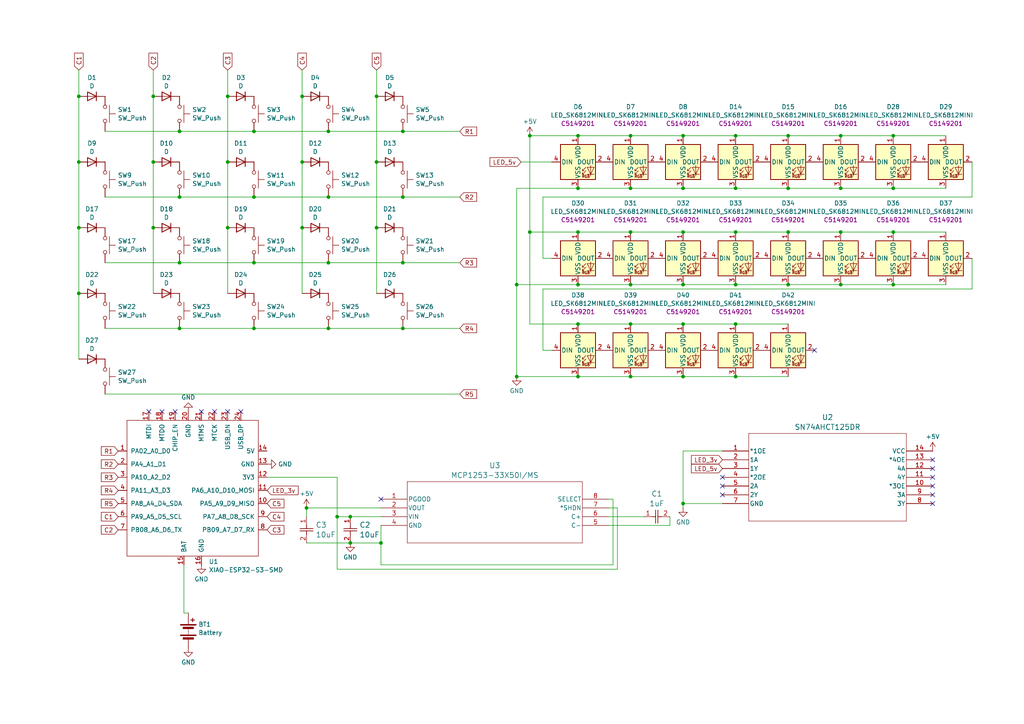
<source format=kicad_sch>
(kicad_sch (version 20250114) (generator "eeschema") (generator_version "9.0")
  (paper "A4")
  (lib_symbols
    (symbol "2025-03-05_20-04-50:MCP1253-33X50I_MS" (pin_names (offset 0.254))
      (property "Reference" "U" (at 33.02 10.16 0))
      (property "Value" "MCP1253-33X50I/MS" (at 33.02 7.62 0))
      (symbol "MCP1253-33X50I_MS_0_1"
        (polyline (pts (xy 7.62 5.08) (xy 7.62 -12.7)) (stroke (width 0.127)))
        (polyline (pts (xy 7.62 -12.7) (xy 58.42 -12.7)) (stroke (width 0.127)))
        (polyline (pts (xy 58.42 5.08) (xy 7.62 5.08)) (stroke (width 0.127)))
        (polyline (pts (xy 58.42 -12.7) (xy 58.42 5.08)) (stroke (width 0.127)))
        (pin unspecified line (at 0 0 0) (length 7.62) (name "PGOOD") (number "1"))
        (pin output line (at 0 -2.54 0) (length 7.62) (name "VOUT") (number "2"))
        (pin unspecified line (at 0 -5.08 0) (length 7.62) (name "VIN") (number "3"))
        (pin unspecified line (at 0 -7.62 0) (length 7.62) (name "GND") (number "4"))
        (pin input line (at 66.04 0 180) (length 7.62) (name "SELECT") (number "8"))
        (pin input line (at 66.04 -2.54 180) (length 7.62) (name "*SHDN") (number "7"))
        (pin unspecified line (at 66.04 -5.08 180) (length 7.62) (name "C+") (number "6"))
        (pin unspecified line (at 66.04 -7.62 180) (length 7.62) (name "C-") (number "5"))
      )
    )
    (symbol "2025-03-05_20-11-15:CL10B105KA8NNNC" (pin_names (offset 0.254))
      (property "Reference" "C" (at 3.81 3.81 0))
      (property "Value" "CL10B105KA8NNNC" (at 3.81 -3.81 0))
      (symbol "CL10B105KA8NNNC_1_1"
        (polyline (pts (xy 2.54 0) (xy 3.4798 0)) (stroke (width 0.2032)))
        (polyline (pts (xy 3.4798 -1.905) (xy 3.4798 1.905)) (stroke (width 0.2032)))
        (polyline (pts (xy 4.1148 0) (xy 5.08 0)) (stroke (width 0.2032)))
        (polyline (pts (xy 4.1148 -1.905) (xy 4.1148 1.905)) (stroke (width 0.2032)))
        (pin unspecified line (at 0 0 0) (length 2.54) (name "") (number "1"))
        (pin unspecified line (at 7.62 0 180) (length 2.54) (name "") (number "2"))
      )
      (symbol "CL10B105KA8NNNC_1_2"
        (polyline (pts (xy -1.905 -3.4798) (xy 1.905 -3.4798)) (stroke (width 0.2032)))
        (polyline (pts (xy -1.905 -4.1148) (xy 1.905 -4.1148)) (stroke (width 0.2032)))
        (polyline (pts (xy 0 -2.54) (xy 0 -3.4798)) (stroke (width 0.2032)))
        (polyline (pts (xy 0 -4.1148) (xy 0 -5.08)) (stroke (width 0.2032)))
        (pin unspecified line (at 0 0 270) (length 2.54) (name "") (number "1"))
        (pin unspecified line (at 0 -7.62 90) (length 2.54) (name "") (number "2"))
      )
    )
    (symbol "2025-03-05_20-15-47:GRM21BR61C106KE15K" (pin_names (offset 0.254))
      (property "Reference" "C" (at 3.81 3.81 0))
      (property "Value" "GRM21BR61C106KE15K" (at 3.81 -3.81 0))
      (symbol "GRM21BR61C106KE15K_1_1"
        (polyline (pts (xy 2.54 0) (xy 3.4798 0)) (stroke (width 0.2032)))
        (polyline (pts (xy 3.4798 -1.905) (xy 3.4798 1.905)) (stroke (width 0.2032)))
        (polyline (pts (xy 4.1148 0) (xy 5.08 0)) (stroke (width 0.2032)))
        (polyline (pts (xy 4.1148 -1.905) (xy 4.1148 1.905)) (stroke (width 0.2032)))
        (pin unspecified line (at 0 0 0) (length 2.54) (name "") (number "1"))
        (pin unspecified line (at 7.62 0 180) (length 2.54) (name "") (number "2"))
      )
      (symbol "GRM21BR61C106KE15K_1_2"
        (polyline (pts (xy -1.905 -3.4798) (xy 1.905 -3.4798)) (stroke (width 0.2032)))
        (polyline (pts (xy -1.905 -4.1148) (xy 1.905 -4.1148)) (stroke (width 0.2032)))
        (polyline (pts (xy 0 -2.54) (xy 0 -3.4798)) (stroke (width 0.2032)))
        (polyline (pts (xy 0 -4.1148) (xy 0 -5.08)) (stroke (width 0.2032)))
        (pin unspecified line (at 0 0 270) (length 2.54) (name "") (number "1"))
        (pin unspecified line (at 0 -7.62 90) (length 2.54) (name "") (number "2"))
      )
    )
    (symbol "2025-03-05_20-42-17:SN74AHCT125DR" (pin_names (offset 0.254))
      (property "Reference" "U" (at 30.48 10.16 0))
      (property "Value" "SN74AHCT125DR" (at 30.48 7.62 0))
      (symbol "SN74AHCT125DR_0_1"
        (polyline (pts (xy 7.62 5.08) (xy 7.62 -20.32)) (stroke (width 0.127)))
        (polyline (pts (xy 7.62 -20.32) (xy 53.34 -20.32)) (stroke (width 0.127)))
        (polyline (pts (xy 53.34 5.08) (xy 7.62 5.08)) (stroke (width 0.127)))
        (polyline (pts (xy 53.34 -20.32) (xy 53.34 5.08)) (stroke (width 0.127)))
        (pin input line (at 0 0 0) (length 7.62) (name "*1OE") (number "1"))
        (pin input line (at 0 -2.54 0) (length 7.62) (name "1A") (number "2"))
        (pin unspecified line (at 0 -5.08 0) (length 7.62) (name "1Y") (number "3"))
        (pin input line (at 0 -7.62 0) (length 7.62) (name "*2OE") (number "4"))
        (pin input line (at 0 -10.16 0) (length 7.62) (name "2A") (number "5"))
        (pin unspecified line (at 0 -12.7 0) (length 7.62) (name "2Y") (number "6"))
        (pin power_in line (at 0 -15.24 0) (length 7.62) (name "GND") (number "7"))
        (pin power_in line (at 60.96 0 180) (length 7.62) (name "VCC") (number "14"))
        (pin input line (at 60.96 -2.54 180) (length 7.62) (name "*4OE") (number "13"))
        (pin input line (at 60.96 -5.08 180) (length 7.62) (name "4A") (number "12"))
        (pin unspecified line (at 60.96 -7.62 180) (length 7.62) (name "4Y") (number "11"))
        (pin input line (at 60.96 -10.16 180) (length 7.62) (name "*3OE") (number "10"))
        (pin input line (at 60.96 -12.7 180) (length 7.62) (name "3A") (number "9"))
        (pin unspecified line (at 60.96 -15.24 180) (length 7.62) (name "3Y") (number "8"))
      )
    )
    (symbol "Device:Battery" (pin_numbers (hide yes)) (pin_names (offset 0) (hide yes))
      (property "Reference" "BT" (at 2.54 2.54 0))
      (property "Value" "Battery" (at 2.54 0 0))
      (symbol "Battery_0_1"
        (rectangle (start -2.286 1.778) (end 2.286 1.524) (fill (type outline)))
        (rectangle (start -2.286 -1.27) (end 2.286 -1.524) (fill (type outline)))
        (rectangle (start -1.524 1.016) (end 1.524 0.508) (fill (type outline)))
        (rectangle (start -1.524 -2.032) (end 1.524 -2.54) (fill (type outline)))
        (polyline (pts (xy 0 1.778) (xy 0 2.54)))
        (polyline (pts (xy 0 0) (xy 0 0.254)))
        (polyline (pts (xy 0 -0.508) (xy 0 -0.254)))
        (polyline (pts (xy 0 -1.016) (xy 0 -0.762)))
        (polyline (pts (xy 0.762 3.048) (xy 1.778 3.048)) (stroke (width 0.254)))
        (polyline (pts (xy 1.27 3.556) (xy 1.27 2.54)) (stroke (width 0.254)))
      )
      (symbol "Battery_1_1"
        (pin passive line (at 0 5.08 270) (length 2.54) (name "+") (number "1"))
        (pin passive line (at 0 -5.08 90) (length 2.54) (name "-") (number "2"))
      )
    )
    (symbol "Device:D" (pin_numbers (hide yes)) (pin_names (offset 1.016) (hide yes))
      (property "Reference" "D" (at 0 2.54 0))
      (property "Value" "D" (at 0 -2.54 0))
      (symbol "D_0_1"
        (polyline (pts (xy -1.27 1.27) (xy -1.27 -1.27)) (stroke (width 0.254)))
        (polyline (pts (xy 1.27 1.27) (xy 1.27 -1.27) (xy -1.27 0) (xy 1.27 1.27)) (stroke (width 0.254)))
        (polyline (pts (xy 1.27 0) (xy -1.27 0)))
      )
      (symbol "D_1_1"
        (pin passive line (at -3.81 0 0) (length 2.54) (name "K") (number "1"))
        (pin passive line (at 3.81 0 180) (length 2.54) (name "A") (number "2"))
      )
    )
    (symbol "ScottoKeebs:LED_SK6812MINI" (pin_names (offset 0.254))
      (property "Reference" "D" (at 2.032 5.588 0))
      (property "Value" "LED_SK6812MINI" (at 1.27 -5.715 0))
      (property "LCSC" "C5149201" (at 0 0 0))
      (symbol "LED_SK6812MINI_0_0"
        (text "RGB" (at 2.286 -4.191 0) (effects (font (size 0.762 0.762))))
      )
      (symbol "LED_SK6812MINI_0_1"
        (rectangle (start -5.08 5.08) (end 5.08 -5.08) (stroke (width 0.254)) (fill (type background)))
        (polyline (pts (xy 1.27 -2.54) (xy 1.778 -2.54)))
        (polyline (pts (xy 1.27 -3.556) (xy 1.778 -3.556)))
        (polyline (pts (xy 2.286 -1.524) (xy 1.27 -2.54) (xy 1.27 -2.032)))
        (polyline (pts (xy 2.286 -2.54) (xy 1.27 -3.556) (xy 1.27 -3.048)))
        (polyline (pts (xy 3.683 -1.016) (xy 3.683 -3.556) (xy 3.683 -4.064)))
        (polyline (pts (xy 4.699 -1.524) (xy 2.667 -1.524) (xy 3.683 -3.556) (xy 4.699 -1.524)))
        (polyline (pts (xy 4.699 -3.556) (xy 2.667 -3.556)))
      )
      (symbol "LED_SK6812MINI_1_1"
        (pin input line (at -7.62 0 0) (length 2.54) (name "DIN") (number "4"))
        (pin power_in line (at 0 7.62 270) (length 2.54) (name "VDD") (number "1"))
        (pin power_in line (at 0 -7.62 90) (length 2.54) (name "VSS") (number "3"))
        (pin output line (at 7.62 0 180) (length 2.54) (name "DOUT") (number "2"))
      )
    )
    (symbol "Seeed_Studio_XIAO_Series-20240814:XIAO-ESP32-S3-SMD" (pin_names (offset 1.016))
      (property "Reference" "U" (at -18.542 23.114 0))
      (property "Value" "XIAO-ESP32-S3-SMD" (at -8.382 21.336 0))
      (symbol "XIAO-ESP32-S3-SMD_0_1"
        (rectangle (start 19.05 -19.05) (end -19.05 20.32))
      )
      (symbol "XIAO-ESP32-S3-SMD_1_1"
        (pin passive line (at -21.59 11.43 0) (length 2.54) (name "PA02_A0_D0") (number "1"))
        (pin passive line (at -21.59 7.62 0) (length 2.54) (name "PA4_A1_D1") (number "2"))
        (pin passive line (at -21.59 3.81 0) (length 2.54) (name "PA10_A2_D2") (number "3"))
        (pin passive line (at -21.59 0 0) (length 2.54) (name "PA11_A3_D3") (number "4"))
        (pin passive line (at -21.59 -3.81 0) (length 2.54) (name "PA8_A4_D4_SDA") (number "5"))
        (pin passive line (at -21.59 -7.62 0) (length 2.54) (name "PA9_A5_D5_SCL") (number "6"))
        (pin passive line (at -21.59 -11.43 0) (length 2.54) (name "PB08_A6_D6_TX") (number "7"))
        (pin passive line (at -12.7 22.86 270) (length 2.54) (name "MTDI") (number "17"))
        (pin passive line (at -8.89 22.86 270) (length 2.54) (name "MTDO") (number "18"))
        (pin passive line (at -5.08 22.86 270) (length 2.54) (name "CHIP_EN") (number "19"))
        (pin passive line (at -2.54 -21.59 90) (length 2.54) (name "BAT") (number "15"))
        (pin passive line (at -1.27 22.86 270) (length 2.54) (name "GND") (number "20"))
        (pin passive line (at 2.54 22.86 270) (length 2.54) (name "MTMS") (number "21"))
        (pin passive line (at 2.54 -21.59 90) (length 2.54) (name "GND") (number "16"))
        (pin passive line (at 6.35 22.86 270) (length 2.54) (name "MTCK") (number "22"))
        (pin passive line (at 10.16 22.86 270) (length 2.54) (name "USB_DN") (number "23"))
        (pin passive line (at 13.97 22.86 270) (length 2.54) (name "USB_DP") (number "24"))
        (pin passive line (at 21.59 11.43 180) (length 2.54) (name "5V") (number "14"))
        (pin passive line (at 21.59 7.62 180) (length 2.54) (name "GND") (number "13"))
        (pin passive line (at 21.59 3.81 180) (length 2.54) (name "3V3") (number "12"))
        (pin passive line (at 21.59 0 180) (length 2.54) (name "PA6_A10_D10_MOSI") (number "11"))
        (pin passive line (at 21.59 -3.81 180) (length 2.54) (name "PA5_A9_D9_MISO") (number "10"))
        (pin passive line (at 21.59 -7.62 180) (length 2.54) (name "PA7_A8_D8_SCK") (number "9"))
        (pin passive line (at 21.59 -11.43 180) (length 2.54) (name "PB09_A7_D7_RX") (number "8"))
      )
    )
    (symbol "Switch:SW_Push" (pin_numbers (hide yes)) (pin_names (offset 1.016) (hide yes))
      (property "Reference" "SW" (at 1.27 2.54 0))
      (property "Value" "SW_Push" (at 0 -1.524 0))
      (symbol "SW_Push_0_1"
        (circle (center -2.032 0) (radius 0.508))
        (polyline (pts (xy 0 1.27) (xy 0 3.048)))
        (circle (center 2.032 0) (radius 0.508))
        (polyline (pts (xy 2.54 1.27) (xy -2.54 1.27)))
        (pin passive line (at -5.08 0 0) (length 2.54) (name "1") (number "1"))
        (pin passive line (at 5.08 0 180) (length 2.54) (name "2") (number "2"))
      )
    )
    (symbol "power:+5V" (power) (pin_numbers (hide yes)) (pin_names (offset 0) (hide yes))
      (property "Value" "+5V" (at 0 3.556 0))
      (symbol "+5V_0_1"
        (polyline (pts (xy -0.762 1.27) (xy 0 2.54)))
        (polyline (pts (xy 0 2.54) (xy 0.762 1.27)))
        (polyline (pts (xy 0 0) (xy 0 2.54)))
      )
      (symbol "+5V_1_1"
        (pin power_in line (at 0 0 90) (length 0) (name "~") (number "1"))
      )
    )
    (symbol "power:GND" (power) (pin_numbers (hide yes)) (pin_names (offset 0) (hide yes))
      (property "Value" "GND" (at 0 -3.81 0))
      (symbol "GND_0_1"
        (polyline (pts (xy 0 0) (xy 0 -1.27) (xy 1.27 -1.27) (xy 0 -2.54) (xy -1.27 -1.27) (xy 0 -1.27)))
      )
      (symbol "GND_1_1"
        (pin power_in line (at 0 0 270) (length 0) (name "~") (number "1"))
      )
    )
  )
  (junction (at 95.25 57.15))
  (junction (at 95.25 38.1))
  (junction (at 73.66 38.1))
  (junction (at 52.07 76.2))
  (junction (at 213.36 93.98))
  (junction (at 213.36 82.55))
  (junction (at 149.86 82.55))
  (junction (at 116.84 57.15))
  (junction (at 109.22 27.94))
  (junction (at 66.04 27.94))
  (junction (at 44.45 46.99))
  (junction (at 259.08 67.31))
  (junction (at 87.63 66.04))
  (junction (at 243.84 54.61))
  (junction (at 198.12 67.31))
  (junction (at 101.6 149.86))
  (junction (at 213.36 67.31))
  (junction (at 228.6 67.31))
  (junction (at 198.12 39.37))
  (junction (at 153.67 39.37))
  (junction (at 87.63 46.99))
  (junction (at 153.67 67.31))
  (junction (at 213.36 39.37))
  (junction (at 198.12 54.61))
  (junction (at 116.84 76.2))
  (junction (at 198.12 82.55))
  (junction (at 167.64 109.22))
  (junction (at 243.84 39.37))
  (junction (at 182.88 54.61))
  (junction (at 198.12 93.98))
  (junction (at 73.66 95.25))
  (junction (at 110.49 157.48))
  (junction (at 167.64 93.98))
  (junction (at 116.84 38.1))
  (junction (at 182.88 109.22))
  (junction (at 88.9 147.32))
  (junction (at 22.86 66.04))
  (junction (at 22.86 85.09))
  (junction (at 259.08 39.37))
  (junction (at 52.07 57.15))
  (junction (at 116.84 95.25))
  (junction (at 97.79 149.86))
  (junction (at 167.64 67.31))
  (junction (at 213.36 54.61))
  (junction (at 44.45 27.94))
  (junction (at 198.12 109.22))
  (junction (at 149.86 109.22))
  (junction (at 228.6 39.37))
  (junction (at 243.84 67.31))
  (junction (at 243.84 82.55))
  (junction (at 87.63 27.94))
  (junction (at 73.66 76.2))
  (junction (at 228.6 82.55))
  (junction (at 22.86 27.94))
  (junction (at 95.25 95.25))
  (junction (at 182.88 67.31))
  (junction (at 228.6 54.61))
  (junction (at 259.08 82.55))
  (junction (at 213.36 109.22))
  (junction (at 167.64 54.61))
  (junction (at 73.66 57.15))
  (junction (at 167.64 82.55))
  (junction (at 109.22 46.99))
  (junction (at 66.04 46.99))
  (junction (at 52.07 38.1))
  (junction (at 182.88 39.37))
  (junction (at 198.12 146.05))
  (junction (at 52.07 95.25))
  (junction (at 167.64 39.37))
  (junction (at 182.88 93.98))
  (junction (at 109.22 66.04))
  (junction (at 95.25 76.2))
  (junction (at 101.6 157.48))
  (junction (at 182.88 82.55))
  (junction (at 22.86 46.99))
  (junction (at 259.08 54.61))
  (junction (at 44.45 66.04))
  (junction (at 66.04 66.04))
  (no_connect (at 209.55 138.43))
  (no_connect (at 58.42 119.38))
  (no_connect (at 66.04 119.38))
  (no_connect (at 236.22 101.6))
  (no_connect (at 62.23 119.38))
  (no_connect (at 43.18 119.38))
  (no_connect (at 270.51 140.97))
  (no_connect (at 46.99 119.38))
  (no_connect (at 270.51 138.43))
  (no_connect (at 50.8 119.38))
  (no_connect (at 270.51 133.35))
  (no_connect (at 69.85 119.38))
  (no_connect (at 270.51 146.05))
  (no_connect (at 270.51 143.51))
  (no_connect (at 270.51 135.89))
  (no_connect (at 110.49 144.78))
  (no_connect (at 209.55 143.51))
  (no_connect (at 209.55 140.97))
  (wire (pts (xy 53.34 177.8) (xy 54.61 177.8)))
  (wire (pts (xy 22.86 66.04) (xy 22.86 85.09)))
  (wire (pts (xy 167.64 109.22) (xy 149.86 109.22)))
  (wire (pts (xy 133.35 95.25) (xy 116.84 95.25)))
  (wire (pts (xy 52.07 76.2) (xy 73.66 76.2)))
  (wire (pts (xy 22.86 20.32) (xy 22.86 27.94)))
  (wire (pts (xy 97.79 165.1) (xy 97.79 149.86)))
  (wire (pts (xy 44.45 46.99) (xy 44.45 66.04)))
  (wire (pts (xy 73.66 95.25) (xy 95.25 95.25)))
  (wire (pts (xy 177.8 144.78) (xy 177.8 163.83)))
  (wire (pts (xy 182.88 54.61) (xy 167.64 54.61)))
  (wire (pts (xy 157.48 101.6) (xy 160.02 101.6)))
  (wire (pts (xy 73.66 76.2) (xy 95.25 76.2)))
  (wire (pts (xy 198.12 82.55) (xy 213.36 82.55)))
  (wire (pts (xy 101.6 149.86) (xy 110.49 149.86)))
  (wire (pts (xy 213.36 67.31) (xy 228.6 67.31)))
  (wire (pts (xy 182.88 39.37) (xy 167.64 39.37)))
  (wire (pts (xy 95.25 76.2) (xy 116.84 76.2)))
  (wire (pts (xy 176.53 144.78) (xy 177.8 144.78)))
  (wire (pts (xy 198.12 146.05) (xy 209.55 146.05)))
  (wire (pts (xy 281.94 57.15) (xy 157.48 57.15)))
  (wire (pts (xy 133.35 114.3) (xy 30.48 114.3)))
  (wire (pts (xy 44.45 27.94) (xy 44.45 46.99)))
  (wire (pts (xy 274.32 39.37) (xy 259.08 39.37)))
  (wire (pts (xy 167.64 39.37) (xy 153.67 39.37)))
  (wire (pts (xy 153.67 67.31) (xy 167.64 67.31)))
  (wire (pts (xy 198.12 67.31) (xy 213.36 67.31)))
  (wire (pts (xy 30.48 76.2) (xy 52.07 76.2)))
  (wire (pts (xy 149.86 54.61) (xy 149.86 82.55)))
  (wire (pts (xy 87.63 27.94) (xy 87.63 46.99)))
  (wire (pts (xy 259.08 82.55) (xy 274.32 82.55)))
  (wire (pts (xy 109.22 27.94) (xy 109.22 46.99)))
  (wire (pts (xy 52.07 38.1) (xy 73.66 38.1)))
  (wire (pts (xy 176.53 147.32) (xy 179.07 147.32)))
  (wire (pts (xy 259.08 54.61) (xy 243.84 54.61)))
  (wire (pts (xy 133.35 38.1) (xy 116.84 38.1)))
  (wire (pts (xy 110.49 157.48) (xy 101.6 157.48)))
  (wire (pts (xy 149.86 82.55) (xy 167.64 82.55)))
  (wire (pts (xy 228.6 54.61) (xy 213.36 54.61)))
  (wire (pts (xy 53.34 163.83) (xy 53.34 177.8)))
  (wire (pts (xy 87.63 66.04) (xy 87.63 85.09)))
  (wire (pts (xy 167.64 82.55) (xy 182.88 82.55)))
  (wire (pts (xy 243.84 67.31) (xy 259.08 67.31)))
  (wire (pts (xy 109.22 46.99) (xy 109.22 66.04)))
  (wire (pts (xy 198.12 93.98) (xy 182.88 93.98)))
  (wire (pts (xy 209.55 130.81) (xy 198.12 130.81)))
  (wire (pts (xy 182.88 109.22) (xy 167.64 109.22)))
  (wire (pts (xy 213.36 39.37) (xy 198.12 39.37)))
  (wire (pts (xy 52.07 95.25) (xy 73.66 95.25)))
  (wire (pts (xy 66.04 66.04) (xy 66.04 85.09)))
  (wire (pts (xy 44.45 20.32) (xy 44.45 27.94)))
  (wire (pts (xy 133.35 76.2) (xy 116.84 76.2)))
  (wire (pts (xy 97.79 138.43) (xy 97.79 149.86)))
  (wire (pts (xy 95.25 38.1) (xy 116.84 38.1)))
  (wire (pts (xy 167.64 54.61) (xy 149.86 54.61)))
  (wire (pts (xy 73.66 38.1) (xy 95.25 38.1)))
  (wire (pts (xy 110.49 163.83) (xy 110.49 157.48)))
  (wire (pts (xy 281.94 74.93) (xy 281.94 83.82)))
  (wire (pts (xy 182.88 82.55) (xy 198.12 82.55)))
  (wire (pts (xy 109.22 66.04) (xy 109.22 85.09)))
  (wire (pts (xy 22.86 27.94) (xy 22.86 46.99)))
  (wire (pts (xy 213.36 54.61) (xy 198.12 54.61)))
  (wire (pts (xy 87.63 46.99) (xy 87.63 66.04)))
  (wire (pts (xy 66.04 20.32) (xy 66.04 27.94)))
  (wire (pts (xy 228.6 93.98) (xy 213.36 93.98)))
  (wire (pts (xy 182.88 67.31) (xy 198.12 67.31)))
  (wire (pts (xy 228.6 39.37) (xy 213.36 39.37)))
  (wire (pts (xy 243.84 39.37) (xy 228.6 39.37)))
  (wire (pts (xy 157.48 83.82) (xy 157.48 101.6)))
  (wire (pts (xy 194.31 152.4) (xy 176.53 152.4)))
  (wire (pts (xy 198.12 54.61) (xy 182.88 54.61)))
  (wire (pts (xy 22.86 85.09) (xy 22.86 104.14)))
  (wire (pts (xy 213.36 109.22) (xy 198.12 109.22)))
  (wire (pts (xy 259.08 39.37) (xy 243.84 39.37)))
  (wire (pts (xy 274.32 54.61) (xy 259.08 54.61)))
  (wire (pts (xy 243.84 82.55) (xy 259.08 82.55)))
  (wire (pts (xy 95.25 95.25) (xy 116.84 95.25)))
  (wire (pts (xy 30.48 57.15) (xy 52.07 57.15)))
  (wire (pts (xy 182.88 93.98) (xy 167.64 93.98)))
  (wire (pts (xy 198.12 109.22) (xy 182.88 109.22)))
  (wire (pts (xy 66.04 46.99) (xy 66.04 66.04)))
  (wire (pts (xy 95.25 57.15) (xy 116.84 57.15)))
  (wire (pts (xy 198.12 130.81) (xy 198.12 146.05)))
  (wire (pts (xy 157.48 57.15) (xy 157.48 74.93)))
  (wire (pts (xy 153.67 39.37) (xy 153.67 67.31)))
  (wire (pts (xy 177.8 163.83) (xy 110.49 163.83)))
  (wire (pts (xy 179.07 147.32) (xy 179.07 165.1)))
  (wire (pts (xy 157.48 74.93) (xy 160.02 74.93)))
  (wire (pts (xy 109.22 20.32) (xy 109.22 27.94)))
  (wire (pts (xy 88.9 157.48) (xy 101.6 157.48)))
  (wire (pts (xy 151.13 46.99) (xy 160.02 46.99)))
  (wire (pts (xy 167.64 67.31) (xy 182.88 67.31)))
  (wire (pts (xy 167.64 93.98) (xy 153.67 93.98)))
  (wire (pts (xy 213.36 82.55) (xy 228.6 82.55)))
  (wire (pts (xy 228.6 82.55) (xy 243.84 82.55)))
  (wire (pts (xy 179.07 165.1) (xy 97.79 165.1)))
  (wire (pts (xy 110.49 152.4) (xy 110.49 157.48)))
  (wire (pts (xy 198.12 39.37) (xy 182.88 39.37)))
  (wire (pts (xy 228.6 109.22) (xy 213.36 109.22)))
  (wire (pts (xy 149.86 109.22) (xy 149.86 82.55)))
  (wire (pts (xy 88.9 149.86) (xy 88.9 147.32)))
  (wire (pts (xy 88.9 147.32) (xy 110.49 147.32)))
  (wire (pts (xy 281.94 83.82) (xy 157.48 83.82)))
  (wire (pts (xy 66.04 27.94) (xy 66.04 46.99)))
  (wire (pts (xy 243.84 54.61) (xy 228.6 54.61)))
  (wire (pts (xy 97.79 149.86) (xy 101.6 149.86)))
  (wire (pts (xy 30.48 95.25) (xy 52.07 95.25)))
  (wire (pts (xy 87.63 20.32) (xy 87.63 27.94)))
  (wire (pts (xy 281.94 46.99) (xy 281.94 57.15)))
  (wire (pts (xy 259.08 67.31) (xy 274.32 67.31)))
  (wire (pts (xy 44.45 66.04) (xy 44.45 85.09)))
  (wire (pts (xy 52.07 57.15) (xy 73.66 57.15)))
  (wire (pts (xy 77.47 138.43) (xy 97.79 138.43)))
  (wire (pts (xy 194.31 149.86) (xy 194.31 152.4)))
  (wire (pts (xy 30.48 38.1) (xy 52.07 38.1)))
  (wire (pts (xy 133.35 57.15) (xy 116.84 57.15)))
  (wire (pts (xy 228.6 67.31) (xy 243.84 67.31)))
  (wire (pts (xy 153.67 93.98) (xy 153.67 67.31)))
  (wire (pts (xy 176.53 149.86) (xy 186.69 149.86)))
  (wire (pts (xy 73.66 57.15) (xy 95.25 57.15)))
  (wire (pts (xy 213.36 93.98) (xy 198.12 93.98)))
  (wire (pts (xy 22.86 46.99) (xy 22.86 66.04)))
  (wire (pts (xy 198.12 146.05) (xy 198.12 147.32)))
  (global_label "R1" (shape input) (at 34.29 130.81 180) (property "Intersheetrefs" "${INTERSHEET_REFS}" (effects (hide yes))))
  (global_label "C3" (shape input) (at 66.04 20.32 90) (property "Intersheetrefs" "${INTERSHEET_REFS}" (effects (hide yes))))
  (global_label "LED_5v" (shape input) (at 209.55 135.89 180) (property "Intersheetrefs" "${INTERSHEET_REFS}" (effects (hide yes))))
  (global_label "R2" (shape input) (at 133.35 57.15 0) (property "Intersheetrefs" "${INTERSHEET_REFS}" (effects (hide yes))))
  (global_label "C5" (shape input) (at 77.47 146.05 0) (property "Intersheetrefs" "${INTERSHEET_REFS}" (effects (hide yes))))
  (global_label "R2" (shape input) (at 34.29 134.62 180) (property "Intersheetrefs" "${INTERSHEET_REFS}" (effects (hide yes))))
  (global_label "R4" (shape input) (at 34.29 142.24 180) (property "Intersheetrefs" "${INTERSHEET_REFS}" (effects (hide yes))))
  (global_label "LED_5v" (shape input) (at 151.13 46.99 180) (property "Intersheetrefs" "${INTERSHEET_REFS}" (effects (hide yes))))
  (global_label "C1" (shape input) (at 22.86 20.32 90) (property "Intersheetrefs" "${INTERSHEET_REFS}" (effects (hide yes))))
  (global_label "C2" (shape input) (at 34.29 153.67 180) (property "Intersheetrefs" "${INTERSHEET_REFS}" (effects (hide yes))))
  (global_label "R3" (shape input) (at 133.35 76.2 0) (property "Intersheetrefs" "${INTERSHEET_REFS}" (effects (hide yes))))
  (global_label "R5" (shape input) (at 34.29 146.05 180) (property "Intersheetrefs" "${INTERSHEET_REFS}" (effects (hide yes))))
  (global_label "R3" (shape input) (at 34.29 138.43 180) (property "Intersheetrefs" "${INTERSHEET_REFS}" (effects (hide yes))))
  (global_label "C4" (shape input) (at 77.47 149.86 0) (property "Intersheetrefs" "${INTERSHEET_REFS}" (effects (hide yes))))
  (global_label "C1" (shape input) (at 34.29 149.86 180) (property "Intersheetrefs" "${INTERSHEET_REFS}" (effects (hide yes))))
  (global_label "C5" (shape input) (at 109.22 20.32 90) (property "Intersheetrefs" "${INTERSHEET_REFS}" (effects (hide yes))))
  (global_label "R1" (shape input) (at 133.35 38.1 0) (property "Intersheetrefs" "${INTERSHEET_REFS}" (effects (hide yes))))
  (global_label "C2" (shape input) (at 44.45 20.32 90) (property "Intersheetrefs" "${INTERSHEET_REFS}" (effects (hide yes))))
  (global_label "R4" (shape input) (at 133.35 95.25 0) (property "Intersheetrefs" "${INTERSHEET_REFS}" (effects (hide yes))))
  (global_label "LED_3v" (shape input) (at 77.47 142.24 0) (property "Intersheetrefs" "${INTERSHEET_REFS}" (effects (hide yes))))
  (global_label "C3" (shape input) (at 77.47 153.67 0) (property "Intersheetrefs" "${INTERSHEET_REFS}" (effects (hide yes))))
  (global_label "R5" (shape input) (at 133.35 114.3 0) (property "Intersheetrefs" "${INTERSHEET_REFS}" (effects (hide yes))))
  (global_label "LED_3v" (shape input) (at 209.55 133.35 180) (property "Intersheetrefs" "${INTERSHEET_REFS}" (effects (hide yes))))
  (global_label "C4" (shape input) (at 87.63 20.32 90) (property "Intersheetrefs" "${INTERSHEET_REFS}" (effects (hide yes))))
  (symbol (lib_id "Switch:SW_Push") (at 95.25 33.02 270) (unit 1)
    (property "Reference" "SW4" (at 98.933 31.8078 90) (effects (justify left)))
    (property "Value" "SW_Push" (at 98.933 34.2321 90) (effects (justify left)))
    (property "Footprint" "ScottoKeebs_Hotswap:Hotswap_Choc_V1V2_1.00u" (effects (hide yes)))
    (property "Description" "Push button switch, generic, two pins" (effects (hide yes)))
  )
  (symbol (lib_id "Switch:SW_Push") (at 73.66 71.12 270) (unit 1)
    (property "Reference" "SW19" (at 77.343 69.9078 90) (effects (justify left)))
    (property "Value" "SW_Push" (at 77.343 72.3321 90) (effects (justify left)))
    (property "Footprint" "ScottoKeebs_Hotswap:Hotswap_Choc_V1V2_1.00u" (effects (hide yes)))
    (property "Description" "Push button switch, generic, two pins" (effects (hide yes)))
  )
  (symbol (lib_id "ScottoKeebs:LED_SK6812MINI") (at 182.88 46.99 0) (unit 1)
    (property "Reference" "D7" (at 182.88 30.988 0))
    (property "Value" "LED_SK6812MINI" (at 182.88 33.4123 0))
    (property "Footprint" "ScottoKeebs_Components:LED_SK6812MINI" (effects (hide yes)))
    (property "Datasheet" "https://cdn-shop.adafruit.com/product-files/2686/SK6812MINI_REV.01-1-2.pdf" (effects (hide yes)))
    (property "Description" "RGB LED with integrated controller" (effects (hide yes)))
    (property "LCSC" "C5149201" (at 182.88 35.8366 0))
  )
  (symbol (lib_id "Device:D") (at 113.03 27.94 180) (unit 1)
    (property "Reference" "D5" (at 113.03 22.5255 0))
    (property "Value" "D" (at 113.03 24.9498 0))
    (property "Footprint" "ScottoKeebs_Components:Diode_SOD-123" (effects (hide yes)))
    (property "Description" "Diode" (effects (hide yes)))
    (property "Sim.Device" "D" (effects (hide yes)))
    (property "Sim.Pins" "1=K 2=A" (effects (hide yes)))
  )
  (symbol (lib_id "ScottoKeebs:LED_SK6812MINI") (at 182.88 74.93 0) (unit 1)
    (property "Reference" "D31" (at 182.88 58.928 0))
    (property "Value" "LED_SK6812MINI" (at 182.88 61.3523 0))
    (property "Footprint" "ScottoKeebs_Components:LED_SK6812MINI" (effects (hide yes)))
    (property "Datasheet" "https://cdn-shop.adafruit.com/product-files/2686/SK6812MINI_REV.01-1-2.pdf" (effects (hide yes)))
    (property "Description" "RGB LED with integrated controller" (effects (hide yes)))
    (property "LCSC" "C5149201" (at 182.88 63.7766 0))
  )
  (symbol (lib_id "Device:D") (at 26.67 66.04 180) (unit 1)
    (property "Reference" "D17" (at 26.67 60.6255 0))
    (property "Value" "D" (at 26.67 63.0498 0))
    (property "Footprint" "ScottoKeebs_Components:Diode_SOD-123" (effects (hide yes)))
    (property "Description" "Diode" (effects (hide yes)))
    (property "Sim.Device" "D" (effects (hide yes)))
    (property "Sim.Pins" "1=K 2=A" (effects (hide yes)))
  )
  (symbol (lib_id "ScottoKeebs:LED_SK6812MINI") (at 243.84 74.93 0) (unit 1)
    (property "Reference" "D35" (at 243.84 58.928 0))
    (property "Value" "LED_SK6812MINI" (at 243.84 61.3523 0))
    (property "Footprint" "ScottoKeebs_Components:LED_SK6812MINI" (effects (hide yes)))
    (property "Datasheet" "https://cdn-shop.adafruit.com/product-files/2686/SK6812MINI_REV.01-1-2.pdf" (effects (hide yes)))
    (property "Description" "RGB LED with integrated controller" (effects (hide yes)))
    (property "LCSC" "C5149201" (at 243.84 63.7766 0))
  )
  (symbol (lib_id "ScottoKeebs:LED_SK6812MINI") (at 167.64 101.6 0) (unit 1)
    (property "Reference" "D38" (at 167.64 85.598 0))
    (property "Value" "LED_SK6812MINI" (at 167.64 88.0223 0))
    (property "Footprint" "ScottoKeebs_Components:LED_SK6812MINI" (effects (hide yes)))
    (property "Datasheet" "https://cdn-shop.adafruit.com/product-files/2686/SK6812MINI_REV.01-1-2.pdf" (effects (hide yes)))
    (property "Description" "RGB LED with integrated controller" (effects (hide yes)))
    (property "LCSC" "C5149201" (at 167.64 90.4466 0))
  )
  (symbol (lib_id "Device:D") (at 26.67 46.99 180) (unit 1)
    (property "Reference" "D9" (at 26.67 41.5755 0))
    (property "Value" "D" (at 26.67 43.9998 0))
    (property "Footprint" "ScottoKeebs_Components:Diode_SOD-123" (effects (hide yes)))
    (property "Description" "Diode" (effects (hide yes)))
    (property "Sim.Device" "D" (effects (hide yes)))
    (property "Sim.Pins" "1=K 2=A" (effects (hide yes)))
  )
  (symbol (lib_id "ScottoKeebs:LED_SK6812MINI") (at 182.88 101.6 0) (unit 1)
    (property "Reference" "D39" (at 182.88 85.598 0))
    (property "Value" "LED_SK6812MINI" (at 182.88 88.0223 0))
    (property "Footprint" "ScottoKeebs_Components:LED_SK6812MINI" (effects (hide yes)))
    (property "Datasheet" "https://cdn-shop.adafruit.com/product-files/2686/SK6812MINI_REV.01-1-2.pdf" (effects (hide yes)))
    (property "Description" "RGB LED with integrated controller" (effects (hide yes)))
    (property "LCSC" "C5149201" (at 182.88 90.4466 0))
  )
  (symbol (lib_id "Device:D") (at 69.85 66.04 180) (unit 1)
    (property "Reference" "D19" (at 69.85 60.6255 0))
    (property "Value" "D" (at 69.85 63.0498 0))
    (property "Footprint" "ScottoKeebs_Components:Diode_SOD-123" (effects (hide yes)))
    (property "Description" "Diode" (effects (hide yes)))
    (property "Sim.Device" "D" (effects (hide yes)))
    (property "Sim.Pins" "1=K 2=A" (effects (hide yes)))
  )
  (symbol (lib_id "ScottoKeebs:LED_SK6812MINI") (at 198.12 74.93 0) (unit 1)
    (property "Reference" "D32" (at 198.12 58.928 0))
    (property "Value" "LED_SK6812MINI" (at 198.12 61.3523 0))
    (property "Footprint" "ScottoKeebs_Components:LED_SK6812MINI" (effects (hide yes)))
    (property "Datasheet" "https://cdn-shop.adafruit.com/product-files/2686/SK6812MINI_REV.01-1-2.pdf" (effects (hide yes)))
    (property "Description" "RGB LED with integrated controller" (effects (hide yes)))
    (property "LCSC" "C5149201" (at 198.12 63.7766 0))
  )
  (symbol (lib_id "ScottoKeebs:LED_SK6812MINI") (at 213.36 74.93 0) (unit 1)
    (property "Reference" "D33" (at 213.36 58.928 0))
    (property "Value" "LED_SK6812MINI" (at 213.36 61.3523 0))
    (property "Footprint" "ScottoKeebs_Components:LED_SK6812MINI" (effects (hide yes)))
    (property "Datasheet" "https://cdn-shop.adafruit.com/product-files/2686/SK6812MINI_REV.01-1-2.pdf" (effects (hide yes)))
    (property "Description" "RGB LED with integrated controller" (effects (hide yes)))
    (property "LCSC" "C5149201" (at 213.36 63.7766 0))
  )
  (symbol (lib_id "ScottoKeebs:LED_SK6812MINI") (at 213.36 46.99 0) (unit 1)
    (property "Reference" "D14" (at 213.36 30.988 0))
    (property "Value" "LED_SK6812MINI" (at 213.36 33.4123 0))
    (property "Footprint" "ScottoKeebs_Components:LED_SK6812MINI" (effects (hide yes)))
    (property "Datasheet" "https://cdn-shop.adafruit.com/product-files/2686/SK6812MINI_REV.01-1-2.pdf" (effects (hide yes)))
    (property "Description" "RGB LED with integrated controller" (effects (hide yes)))
    (property "LCSC" "C5149201" (at 213.36 35.8366 0))
  )
  (symbol (lib_id "power:GND") (at 198.12 147.32 0) (unit 1)
    (property "Reference" "#PWR05" (effects (hide yes)))
    (property "Value" "GND" (at 198.12 151.4531 0))
    (property "Description" "Power symbol creates a global label with name \"GND\" , ground" (effects (hide yes)))
  )
  (symbol (lib_id "Switch:SW_Push") (at 116.84 71.12 270) (unit 1)
    (property "Reference" "SW21" (at 120.523 69.9078 90) (effects (justify left)))
    (property "Value" "SW_Push" (at 120.523 72.3321 90) (effects (justify left)))
    (property "Footprint" "ScottoKeebs_Hotswap:Hotswap_Choc_V1V2_1.00u" (effects (hide yes)))
    (property "Description" "Push button switch, generic, two pins" (effects (hide yes)))
  )
  (symbol (lib_id "ScottoKeebs:LED_SK6812MINI") (at 259.08 46.99 0) (unit 1)
    (property "Reference" "D28" (at 259.08 30.988 0))
    (property "Value" "LED_SK6812MINI" (at 259.08 33.4123 0))
    (property "Footprint" "ScottoKeebs_Components:LED_SK6812MINI" (effects (hide yes)))
    (property "Datasheet" "https://cdn-shop.adafruit.com/product-files/2686/SK6812MINI_REV.01-1-2.pdf" (effects (hide yes)))
    (property "Description" "RGB LED with integrated controller" (effects (hide yes)))
    (property "LCSC" "C5149201" (at 259.08 35.8366 0))
  )
  (symbol (lib_id "Device:D") (at 26.67 85.09 180) (unit 1)
    (property "Reference" "D22" (at 26.67 79.6755 0))
    (property "Value" "D" (at 26.67 82.0998 0))
    (property "Footprint" "ScottoKeebs_Components:Diode_SOD-123" (effects (hide yes)))
    (property "Description" "Diode" (effects (hide yes)))
    (property "Sim.Device" "D" (effects (hide yes)))
    (property "Sim.Pins" "1=K 2=A" (effects (hide yes)))
  )
  (symbol (lib_id "Device:D") (at 91.44 85.09 180) (unit 1)
    (property "Reference" "D25" (at 91.44 79.6755 0))
    (property "Value" "D" (at 91.44 82.0998 0))
    (property "Footprint" "ScottoKeebs_Components:Diode_SOD-123" (effects (hide yes)))
    (property "Description" "Diode" (effects (hide yes)))
    (property "Sim.Device" "D" (effects (hide yes)))
    (property "Sim.Pins" "1=K 2=A" (effects (hide yes)))
  )
  (symbol (lib_id "2025-03-05_20-11-15:CL10B105KA8NNNC") (at 186.69 149.86 0) (unit 1)
    (property "Reference" "C1" (at 190.5 143.223 0) (effects (font (size 1.524 1.524))))
    (property "Value" "1uF" (at 190.5 146.0559 0) (effects (font (size 1.524 1.524))))
    (property "Footprint" "footprints_cl1:CAP_CL10_SAM" (effects (hide yes)))
    (property "Datasheet" "CL10B105KA8NNNC" (effects (hide yes)))
  )
  (symbol (lib_id "power:GND") (at 101.6 157.48 0) (unit 1)
    (property "Reference" "#PWR03" (effects (hide yes)))
    (property "Value" "GND" (at 101.6 161.6131 0))
    (property "Description" "Power symbol creates a global label with name \"GND\" , ground" (effects (hide yes)))
  )
  (symbol (lib_id "ScottoKeebs:LED_SK6812MINI") (at 228.6 46.99 0) (unit 1)
    (property "Reference" "D15" (at 228.6 30.988 0))
    (property "Value" "LED_SK6812MINI" (at 228.6 33.4123 0))
    (property "Footprint" "ScottoKeebs_Components:LED_SK6812MINI" (effects (hide yes)))
    (property "Datasheet" "https://cdn-shop.adafruit.com/product-files/2686/SK6812MINI_REV.01-1-2.pdf" (effects (hide yes)))
    (property "Description" "RGB LED with integrated controller" (effects (hide yes)))
    (property "LCSC" "C5149201" (at 228.6 35.8366 0))
  )
  (symbol (lib_id "Device:D") (at 113.03 46.99 180) (unit 1)
    (property "Reference" "D13" (at 113.03 41.5755 0))
    (property "Value" "D" (at 113.03 43.9998 0))
    (property "Footprint" "ScottoKeebs_Components:Diode_SOD-123" (effects (hide yes)))
    (property "Description" "Diode" (effects (hide yes)))
    (property "Sim.Device" "D" (effects (hide yes)))
    (property "Sim.Pins" "1=K 2=A" (effects (hide yes)))
  )
  (symbol (lib_id "Device:D") (at 26.67 104.14 180) (unit 1)
    (property "Reference" "D27" (at 26.67 98.7255 0))
    (property "Value" "D" (at 26.67 101.1498 0))
    (property "Footprint" "ScottoKeebs_Components:Diode_SOD-123" (effects (hide yes)))
    (property "Description" "Diode" (effects (hide yes)))
    (property "Sim.Device" "D" (effects (hide yes)))
    (property "Sim.Pins" "1=K 2=A" (effects (hide yes)))
  )
  (symbol (lib_id "Switch:SW_Push") (at 73.66 90.17 270) (unit 1)
    (property "Reference" "SW24" (at 77.343 88.9578 90) (effects (justify left)))
    (property "Value" "SW_Push" (at 77.343 91.3821 90) (effects (justify left)))
    (property "Footprint" "ScottoKeebs_Hotswap:Hotswap_Choc_V1V2_1.00u" (effects (hide yes)))
    (property "Description" "Push button switch, generic, two pins" (effects (hide yes)))
  )
  (symbol (lib_id "2025-03-05_20-42-17:SN74AHCT125DR") (at 209.55 130.81 0) (unit 1)
    (property "Reference" "U2" (at 240.03 121.0361 0) (effects (font (size 1.524 1.524))))
    (property "Value" "SN74AHCT125DR" (at 240.03 123.869 0) (effects (font (size 1.524 1.524))))
    (property "Footprint" "footprints_sn7:D14" (effects (hide yes)))
    (property "Datasheet" "SN74AHCT125DR" (effects (hide yes)))
  )
  (symbol (lib_id "Switch:SW_Push") (at 116.84 52.07 270) (unit 1)
    (property "Reference" "SW13" (at 120.523 50.8578 90) (effects (justify left)))
    (property "Value" "SW_Push" (at 120.523 53.2821 90) (effects (justify left)))
    (property "Footprint" "ScottoKeebs_Hotswap:Hotswap_Choc_V1V2_1.00u" (effects (hide yes)))
    (property "Description" "Push button switch, generic, two pins" (effects (hide yes)))
  )
  (symbol (lib_id "ScottoKeebs:LED_SK6812MINI") (at 213.36 101.6 0) (unit 1)
    (property "Reference" "D41" (at 213.36 85.598 0))
    (property "Value" "LED_SK6812MINI" (at 213.36 88.0223 0))
    (property "Footprint" "ScottoKeebs_Components:LED_SK6812MINI" (effects (hide yes)))
    (property "Datasheet" "https://cdn-shop.adafruit.com/product-files/2686/SK6812MINI_REV.01-1-2.pdf" (effects (hide yes)))
    (property "Description" "RGB LED with integrated controller" (effects (hide yes)))
    (property "LCSC" "C5149201" (at 213.36 90.4466 0))
  )
  (symbol (lib_id "2025-03-05_20-15-47:GRM21BR61C106KE15K") (at 88.9 149.86 270) (unit 1)
    (property "Reference" "C3" (at 91.5416 152.2535 90) (effects (font (size 1.524 1.524)) (justify left)))
    (property "Value" "10uF" (at 91.5416 155.0864 90) (effects (font (size 1.524 1.524)) (justify left)))
    (property "Footprint" "footprints_grm:G-21_MUR" (effects (hide yes)))
    (property "Datasheet" "GRM21BR61C106KE15K" (effects (hide yes)))
  )
  (symbol (lib_id "power:GND") (at 149.86 109.22 0) (unit 1)
    (property "Reference" "#PWR01" (effects (hide yes)))
    (property "Value" "GND" (at 149.86 113.3531 0))
    (property "Description" "Power symbol creates a global label with name \"GND\" , ground" (effects (hide yes)))
  )
  (symbol (lib_id "ScottoKeebs:LED_SK6812MINI") (at 228.6 101.6 0) (unit 1)
    (property "Reference" "D42" (at 228.6 85.598 0))
    (property "Value" "LED_SK6812MINI" (at 228.6 88.0223 0))
    (property "Footprint" "ScottoKeebs_Components:LED_SK6812MINI" (effects (hide yes)))
    (property "Datasheet" "https://cdn-shop.adafruit.com/product-files/2686/SK6812MINI_REV.01-1-2.pdf" (effects (hide yes)))
    (property "Description" "RGB LED with integrated controller" (effects (hide yes)))
    (property "LCSC" "C5149201" (at 228.6 90.4466 0))
  )
  (symbol (lib_id "Switch:SW_Push") (at 95.25 52.07 270) (unit 1)
    (property "Reference" "SW12" (at 98.933 50.8578 90) (effects (justify left)))
    (property "Value" "SW_Push" (at 98.933 53.2821 90) (effects (justify left)))
    (property "Footprint" "ScottoKeebs_Hotswap:Hotswap_Choc_V1V2_1.00u" (effects (hide yes)))
    (property "Description" "Push button switch, generic, two pins" (effects (hide yes)))
  )
  (symbol (lib_id "ScottoKeebs:LED_SK6812MINI") (at 259.08 74.93 0) (unit 1)
    (property "Reference" "D36" (at 259.08 58.928 0))
    (property "Value" "LED_SK6812MINI" (at 259.08 61.3523 0))
    (property "Footprint" "ScottoKeebs_Components:LED_SK6812MINI" (effects (hide yes)))
    (property "Datasheet" "https://cdn-shop.adafruit.com/product-files/2686/SK6812MINI_REV.01-1-2.pdf" (effects (hide yes)))
    (property "Description" "RGB LED with integrated controller" (effects (hide yes)))
    (property "LCSC" "C5149201" (at 259.08 63.7766 0))
  )
  (symbol (lib_id "Switch:SW_Push") (at 95.25 90.17 270) (unit 1)
    (property "Reference" "SW25" (at 98.933 88.9578 90) (effects (justify left)))
    (property "Value" "SW_Push" (at 98.933 91.3821 90) (effects (justify left)))
    (property "Footprint" "ScottoKeebs_Hotswap:Hotswap_Choc_V1V2_1.00u" (effects (hide yes)))
    (property "Description" "Push button switch, generic, two pins" (effects (hide yes)))
  )
  (symbol (lib_id "Device:D") (at 113.03 85.09 180) (unit 1)
    (property "Reference" "D26" (at 113.03 79.6755 0))
    (property "Value" "D" (at 113.03 82.0998 0))
    (property "Footprint" "ScottoKeebs_Components:Diode_SOD-123" (effects (hide yes)))
    (property "Description" "Diode" (effects (hide yes)))
    (property "Sim.Device" "D" (effects (hide yes)))
    (property "Sim.Pins" "1=K 2=A" (effects (hide yes)))
  )
  (symbol (lib_id "ScottoKeebs:LED_SK6812MINI") (at 167.64 74.93 0) (unit 1)
    (property "Reference" "D30" (at 167.64 58.928 0))
    (property "Value" "LED_SK6812MINI" (at 167.64 61.3523 0))
    (property "Footprint" "ScottoKeebs_Components:LED_SK6812MINI" (effects (hide yes)))
    (property "Datasheet" "https://cdn-shop.adafruit.com/product-files/2686/SK6812MINI_REV.01-1-2.pdf" (effects (hide yes)))
    (property "Description" "RGB LED with integrated controller" (effects (hide yes)))
    (property "LCSC" "C5149201" (at 167.64 63.7766 0))
  )
  (symbol (lib_id "ScottoKeebs:LED_SK6812MINI") (at 198.12 46.99 0) (unit 1)
    (property "Reference" "D8" (at 198.12 30.988 0))
    (property "Value" "LED_SK6812MINI" (at 198.12 33.4123 0))
    (property "Footprint" "ScottoKeebs_Components:LED_SK6812MINI" (effects (hide yes)))
    (property "Datasheet" "https://cdn-shop.adafruit.com/product-files/2686/SK6812MINI_REV.01-1-2.pdf" (effects (hide yes)))
    (property "Description" "RGB LED with integrated controller" (effects (hide yes)))
    (property "LCSC" "C5149201" (at 198.12 35.8366 0))
  )
  (symbol (lib_id "Switch:SW_Push") (at 30.48 33.02 270) (unit 1)
    (property "Reference" "SW1" (at 34.163 31.8078 90) (effects (justify left)))
    (property "Value" "SW_Push" (at 34.163 34.2321 90) (effects (justify left)))
    (property "Footprint" "ScottoKeebs_Hotswap:Hotswap_Choc_V1V2_1.00u" (effects (hide yes)))
    (property "Description" "Push button switch, generic, two pins" (effects (hide yes)))
  )
  (symbol (lib_id "power:+5V") (at 88.9 147.32 0) (unit 1)
    (property "Reference" "#PWR04" (effects (hide yes)))
    (property "Value" "+5V" (at 88.9 143.1869 0))
    (property "Description" "Power symbol creates a global label with name \"+5V\"" (effects (hide yes)))
  )
  (symbol (lib_id "Switch:SW_Push") (at 95.25 71.12 270) (unit 1)
    (property "Reference" "SW20" (at 98.933 69.9078 90) (effects (justify left)))
    (property "Value" "SW_Push" (at 98.933 72.3321 90) (effects (justify left)))
    (property "Footprint" "ScottoKeebs_Hotswap:Hotswap_Choc_V1V2_1.00u" (effects (hide yes)))
    (property "Description" "Push button switch, generic, two pins" (effects (hide yes)))
  )
  (symbol (lib_id "Device:D") (at 48.26 66.04 180) (unit 1)
    (property "Reference" "D18" (at 48.26 60.6255 0))
    (property "Value" "D" (at 48.26 63.0498 0))
    (property "Footprint" "ScottoKeebs_Components:Diode_SOD-123" (effects (hide yes)))
    (property "Description" "Diode" (effects (hide yes)))
    (property "Sim.Device" "D" (effects (hide yes)))
    (property "Sim.Pins" "1=K 2=A" (effects (hide yes)))
  )
  (symbol (lib_id "Switch:SW_Push") (at 116.84 90.17 270) (unit 1)
    (property "Reference" "SW26" (at 120.523 88.9578 90) (effects (justify left)))
    (property "Value" "SW_Push" (at 120.523 91.3821 90) (effects (justify left)))
    (property "Footprint" "ScottoKeebs_Hotswap:Hotswap_Choc_V1V2_1.00u" (effects (hide yes)))
    (property "Description" "Push button switch, generic, two pins" (effects (hide yes)))
  )
  (symbol (lib_id "Switch:SW_Push") (at 73.66 52.07 270) (unit 1)
    (property "Reference" "SW11" (at 77.343 50.8578 90) (effects (justify left)))
    (property "Value" "SW_Push" (at 77.343 53.2821 90) (effects (justify left)))
    (property "Footprint" "ScottoKeebs_Hotswap:Hotswap_Choc_V1V2_1.00u" (effects (hide yes)))
    (property "Description" "Push button switch, generic, two pins" (effects (hide yes)))
  )
  (symbol (lib_id "Switch:SW_Push") (at 30.48 71.12 270) (unit 1)
    (property "Reference" "SW17" (at 34.163 69.9078 90) (effects (justify left)))
    (property "Value" "SW_Push" (at 34.163 72.3321 90) (effects (justify left)))
    (property "Footprint" "ScottoKeebs_Hotswap:Hotswap_Choc_V1V2_1.00u" (effects (hide yes)))
    (property "Description" "Push button switch, generic, two pins" (effects (hide yes)))
  )
  (symbol (lib_id "Device:D") (at 91.44 46.99 180) (unit 1)
    (property "Reference" "D12" (at 91.44 41.5755 0))
    (property "Value" "D" (at 91.44 43.9998 0))
    (property "Footprint" "ScottoKeebs_Components:Diode_SOD-123" (effects (hide yes)))
    (property "Description" "Diode" (effects (hide yes)))
    (property "Sim.Device" "D" (effects (hide yes)))
    (property "Sim.Pins" "1=K 2=A" (effects (hide yes)))
  )
  (symbol (lib_id "Device:D") (at 91.44 27.94 180) (unit 1)
    (property "Reference" "D4" (at 91.44 22.5255 0))
    (property "Value" "D" (at 91.44 24.9498 0))
    (property "Footprint" "ScottoKeebs_Components:Diode_SOD-123" (effects (hide yes)))
    (property "Description" "Diode" (effects (hide yes)))
    (property "Sim.Device" "D" (effects (hide yes)))
    (property "Sim.Pins" "1=K 2=A" (effects (hide yes)))
  )
  (symbol (lib_id "Device:D") (at 48.26 46.99 180) (unit 1)
    (property "Reference" "D10" (at 48.26 41.5755 0))
    (property "Value" "D" (at 48.26 43.9998 0))
    (property "Footprint" "ScottoKeebs_Components:Diode_SOD-123" (effects (hide yes)))
    (property "Description" "Diode" (effects (hide yes)))
    (property "Sim.Device" "D" (effects (hide yes)))
    (property "Sim.Pins" "1=K 2=A" (effects (hide yes)))
  )
  (symbol (lib_id "Device:D") (at 48.26 85.09 180) (unit 1)
    (property "Reference" "D23" (at 48.26 79.6755 0))
    (property "Value" "D" (at 48.26 82.0998 0))
    (property "Footprint" "ScottoKeebs_Components:Diode_SOD-123" (effects (hide yes)))
    (property "Description" "Diode" (effects (hide yes)))
    (property "Sim.Device" "D" (effects (hide yes)))
    (property "Sim.Pins" "1=K 2=A" (effects (hide yes)))
  )
  (symbol (lib_id "Switch:SW_Push") (at 116.84 33.02 270) (unit 1)
    (property "Reference" "SW5" (at 120.523 31.8078 90) (effects (justify left)))
    (property "Value" "SW_Push" (at 120.523 34.2321 90) (effects (justify left)))
    (property "Footprint" "ScottoKeebs_Hotswap:Hotswap_Choc_V1V2_1.00u" (effects (hide yes)))
    (property "Description" "Push button switch, generic, two pins" (effects (hide yes)))
  )
  (symbol (lib_id "ScottoKeebs:LED_SK6812MINI") (at 274.32 74.93 0) (unit 1)
    (property "Reference" "D37" (at 274.32 58.928 0))
    (property "Value" "LED_SK6812MINI" (at 274.32 61.3523 0))
    (property "Footprint" "ScottoKeebs_Components:LED_SK6812MINI" (effects (hide yes)))
    (property "Datasheet" "https://cdn-shop.adafruit.com/product-files/2686/SK6812MINI_REV.01-1-2.pdf" (effects (hide yes)))
    (property "Description" "RGB LED with integrated controller" (effects (hide yes)))
    (property "LCSC" "C5149201" (at 274.32 63.7766 0))
  )
  (symbol (lib_id "power:+5V") (at 153.67 39.37 0) (unit 1)
    (property "Reference" "#PWR02" (effects (hide yes)))
    (property "Value" "+5V" (at 153.67 35.2369 0))
    (property "Description" "Power symbol creates a global label with name \"+5V\"" (effects (hide yes)))
  )
  (symbol (lib_id "power:GND") (at 54.61 187.96 0) (unit 1)
    (property "Reference" "#PWR010" (effects (hide yes)))
    (property "Value" "GND" (at 54.61 192.0931 0))
    (property "Description" "Power symbol creates a global label with name \"GND\" , ground" (effects (hide yes)))
  )
  (symbol (lib_id "Switch:SW_Push") (at 30.48 90.17 270) (unit 1)
    (property "Reference" "SW22" (at 34.163 88.9578 90) (effects (justify left)))
    (property "Value" "SW_Push" (at 34.163 91.3821 90) (effects (justify left)))
    (property "Footprint" "ScottoKeebs_Hotswap:Hotswap_Choc_V1V2_1.00u" (effects (hide yes)))
    (property "Description" "Push button switch, generic, two pins" (effects (hide yes)))
  )
  (symbol (lib_id "Device:Battery") (at 54.61 182.88 0) (unit 1)
    (property "Reference" "BT1" (at 57.531 181.0963 0) (effects (justify left)))
    (property "Value" "Battery" (at 57.531 183.5206 0) (effects (justify left)))
    (property "Footprint" "ScottoKeebs_Scotto:Battery" (effects (hide yes)))
    (property "Description" "Multiple-cell battery" (effects (hide yes)))
  )
  (symbol (lib_id "Device:D") (at 91.44 66.04 180) (unit 1)
    (property "Reference" "D20" (at 91.44 60.6255 0))
    (property "Value" "D" (at 91.44 63.0498 0))
    (property "Footprint" "ScottoKeebs_Components:Diode_SOD-123" (effects (hide yes)))
    (property "Description" "Diode" (effects (hide yes)))
    (property "Sim.Device" "D" (effects (hide yes)))
    (property "Sim.Pins" "1=K 2=A" (effects (hide yes)))
  )
  (symbol (lib_id "Device:D") (at 48.26 27.94 180) (unit 1)
    (property "Reference" "D2" (at 48.26 22.5255 0))
    (property "Value" "D" (at 48.26 24.9498 0))
    (property "Footprint" "ScottoKeebs_Components:Diode_SOD-123" (effects (hide yes)))
    (property "Description" "Diode" (effects (hide yes)))
    (property "Sim.Device" "D" (effects (hide yes)))
    (property "Sim.Pins" "1=K 2=A" (effects (hide yes)))
  )
  (symbol (lib_id "Seeed_Studio_XIAO_Series-20240814:XIAO-ESP32-S3-SMD") (at 55.88 142.24 0) (unit 1)
    (property "Reference" "U1" (at 60.5633 162.8831 0) (effects (justify left)))
    (property "Value" "XIAO-ESP32-S3-SMD" (at 60.5633 165.3074 0) (effects (justify left)))
    (property "Footprint" "Seeed_Studio_XIAO_Series:XIAO-ESP32-S3-SMD" (effects (hide yes)))
  )
  (symbol (lib_id "Switch:SW_Push") (at 73.66 33.02 270) (unit 1)
    (property "Reference" "SW3" (at 77.343 31.8078 90) (effects (justify left)))
    (property "Value" "SW_Push" (at 77.343 34.2321 90) (effects (justify left)))
    (property "Footprint" "ScottoKeebs_Hotswap:Hotswap_Choc_V1V2_1.00u" (effects (hide yes)))
    (property "Description" "Push button switch, generic, two pins" (effects (hide yes)))
  )
  (symbol (lib_id "power:GND") (at 54.61 119.38 180) (unit 1)
    (property "Reference" "#PWR08" (effects (hide yes)))
    (property "Value" "GND" (at 54.61 115.2469 0))
    (property "Description" "Power symbol creates a global label with name \"GND\" , ground" (effects (hide yes)))
  )
  (symbol (lib_id "ScottoKeebs:LED_SK6812MINI") (at 167.64 46.99 0) (unit 1)
    (property "Reference" "D6" (at 167.64 30.988 0))
    (property "Value" "LED_SK6812MINI" (at 167.64 33.4123 0))
    (property "Footprint" "ScottoKeebs_Components:LED_SK6812MINI" (effects (hide yes)))
    (property "Datasheet" "https://cdn-shop.adafruit.com/product-files/2686/SK6812MINI_REV.01-1-2.pdf" (effects (hide yes)))
    (property "Description" "RGB LED with integrated controller" (effects (hide yes)))
    (property "LCSC" "C5149201" (at 167.64 35.8366 0))
  )
  (symbol (lib_id "ScottoKeebs:LED_SK6812MINI") (at 198.12 101.6 0) (unit 1)
    (property "Reference" "D40" (at 198.12 85.598 0))
    (property "Value" "LED_SK6812MINI" (at 198.12 88.0223 0))
    (property "Footprint" "ScottoKeebs_Components:LED_SK6812MINI" (effects (hide yes)))
    (property "Datasheet" "https://cdn-shop.adafruit.com/product-files/2686/SK6812MINI_REV.01-1-2.pdf" (effects (hide yes)))
    (property "Description" "RGB LED with integrated controller" (effects (hide yes)))
    (property "LCSC" "C5149201" (at 198.12 90.4466 0))
  )
  (symbol (lib_id "Switch:SW_Push") (at 30.48 52.07 270) (unit 1)
    (property "Reference" "SW9" (at 34.163 50.8578 90) (effects (justify left)))
    (property "Value" "SW_Push" (at 34.163 53.2821 90) (effects (justify left)))
    (property "Footprint" "ScottoKeebs_Hotswap:Hotswap_Choc_V1V2_1.00u" (effects (hide yes)))
    (property "Description" "Push button switch, generic, two pins" (effects (hide yes)))
  )
  (symbol (lib_id "power:GND") (at 77.47 134.62 90) (unit 1)
    (property "Reference" "#PWR06" (effects (hide yes)))
    (property "Value" "GND" (at 80.645 134.62 90) (effects (justify right)))
    (property "Description" "Power symbol creates a global label with name \"GND\" , ground" (effects (hide yes)))
  )
  (symbol (lib_id "ScottoKeebs:LED_SK6812MINI") (at 228.6 74.93 0) (unit 1)
    (property "Reference" "D34" (at 228.6 58.928 0))
    (property "Value" "LED_SK6812MINI" (at 228.6 61.3523 0))
    (property "Footprint" "ScottoKeebs_Components:LED_SK6812MINI" (effects (hide yes)))
    (property "Datasheet" "https://cdn-shop.adafruit.com/product-files/2686/SK6812MINI_REV.01-1-2.pdf" (effects (hide yes)))
    (property "Description" "RGB LED with integrated controller" (effects (hide yes)))
    (property "LCSC" "C5149201" (at 228.6 63.7766 0))
  )
  (symbol (lib_id "Switch:SW_Push") (at 52.07 90.17 270) (unit 1)
    (property "Reference" "SW23" (at 55.753 88.9578 90) (effects (justify left)))
    (property "Value" "SW_Push" (at 55.753 91.3821 90) (effects (justify left)))
    (property "Footprint" "ScottoKeebs_Hotswap:Hotswap_Choc_V1V2_1.00u" (effects (hide yes)))
    (property "Description" "Push button switch, generic, two pins" (effects (hide yes)))
  )
  (symbol (lib_id "power:+5V") (at 270.51 130.81 0) (unit 1)
    (property "Reference" "#PWR09" (effects (hide yes)))
    (property "Value" "+5V" (at 270.51 126.6769 0))
    (property "Description" "Power symbol creates a global label with name \"+5V\"" (effects (hide yes)))
  )
  (symbol (lib_id "power:GND") (at 58.42 163.83 0) (unit 1)
    (property "Reference" "#PWR07" (effects (hide yes)))
    (property "Value" "GND" (at 58.42 167.9631 0))
    (property "Description" "Power symbol creates a global label with name \"GND\" , ground" (effects (hide yes)))
  )
  (symbol (lib_id "2025-03-05_20-04-50:MCP1253-33X50I_MS") (at 110.49 144.78 0) (unit 1)
    (property "Reference" "U3" (at 143.51 135.0061 0) (effects (font (size 1.524 1.524))))
    (property "Value" "MCP1253-33X50I/MS" (at 143.51 137.839 0) (effects (font (size 1.524 1.524))))
    (property "Footprint" "footprints_mcp:MSOP8_MC_MCH" (effects (hide yes)))
    (property "Datasheet" "MCP1253-33X50I/MS" (effects (hide yes)))
  )
  (symbol (lib_id "Switch:SW_Push") (at 52.07 71.12 270) (unit 1)
    (property "Reference" "SW18" (at 55.753 69.9078 90) (effects (justify left)))
    (property "Value" "SW_Push" (at 55.753 72.3321 90) (effects (justify left)))
    (property "Footprint" "ScottoKeebs_Hotswap:Hotswap_Choc_V1V2_1.00u" (effects (hide yes)))
    (property "Description" "Push button switch, generic, two pins" (effects (hide yes)))
  )
  (symbol (lib_id "ScottoKeebs:LED_SK6812MINI") (at 243.84 46.99 0) (unit 1)
    (property "Reference" "D16" (at 243.84 30.988 0))
    (property "Value" "LED_SK6812MINI" (at 243.84 33.4123 0))
    (property "Footprint" "ScottoKeebs_Components:LED_SK6812MINI" (effects (hide yes)))
    (property "Datasheet" "https://cdn-shop.adafruit.com/product-files/2686/SK6812MINI_REV.01-1-2.pdf" (effects (hide yes)))
    (property "Description" "RGB LED with integrated controller" (effects (hide yes)))
    (property "LCSC" "C5149201" (at 243.84 35.8366 0))
  )
  (symbol (lib_id "Switch:SW_Push") (at 30.48 109.22 270) (unit 1)
    (property "Reference" "SW27" (at 34.163 108.0078 90) (effects (justify left)))
    (property "Value" "SW_Push" (at 34.163 110.4321 90) (effects (justify left)))
    (property "Footprint" "ScottoKeebs_Hotswap:Hotswap_Choc_V1V2_1.00u" (effects (hide yes)))
    (property "Description" "Push button switch, generic, two pins" (effects (hide yes)))
  )
  (symbol (lib_id "Device:D") (at 69.85 46.99 180) (unit 1)
    (property "Reference" "D11" (at 69.85 41.5755 0))
    (property "Value" "D" (at 69.85 43.9998 0))
    (property "Footprint" "ScottoKeebs_Components:Diode_SOD-123" (effects (hide yes)))
    (property "Description" "Diode" (effects (hide yes)))
    (property "Sim.Device" "D" (effects (hide yes)))
    (property "Sim.Pins" "1=K 2=A" (effects (hide yes)))
  )
  (symbol (lib_id "2025-03-05_20-15-47:GRM21BR61C106KE15K") (at 101.6 149.86 270) (unit 1)
    (property "Reference" "C2" (at 104.2416 152.2535 90) (effects (font (size 1.524 1.524)) (justify left)))
    (property "Value" "10uF" (at 104.2416 155.0864 90) (effects (font (size 1.524 1.524)) (justify left)))
    (property "Footprint" "footprints_grm:G-21_MUR" (effects (hide yes)))
    (property "Datasheet" "GRM21BR61C106KE15K" (effects (hide yes)))
  )
  (symbol (lib_id "Device:D") (at 113.03 66.04 180) (unit 1)
    (property "Reference" "D21" (at 113.03 60.6255 0))
    (property "Value" "D" (at 113.03 63.0498 0))
    (property "Footprint" "ScottoKeebs_Components:Diode_SOD-123" (effects (hide yes)))
    (property "Description" "Diode" (effects (hide yes)))
    (property "Sim.Device" "D" (effects (hide yes)))
    (property "Sim.Pins" "1=K 2=A" (effects (hide yes)))
  )
  (symbol (lib_id "Device:D") (at 69.85 85.09 180) (unit 1)
    (property "Reference" "D24" (at 69.85 79.6755 0))
    (property "Value" "D" (at 69.85 82.0998 0))
    (property "Footprint" "ScottoKeebs_Components:Diode_SOD-123" (effects (hide yes)))
    (property "Description" "Diode" (effects (hide yes)))
    (property "Sim.Device" "D" (effects (hide yes)))
    (property "Sim.Pins" "1=K 2=A" (effects (hide yes)))
  )
  (symbol (lib_id "Device:D") (at 26.67 27.94 180) (unit 1)
    (property "Reference" "D1" (at 26.67 22.5255 0))
    (property "Value" "D" (at 26.67 24.9498 0))
    (property "Footprint" "ScottoKeebs_Components:Diode_SOD-123" (effects (hide yes)))
    (property "Description" "Diode" (effects (hide yes)))
    (property "Sim.Device" "D" (effects (hide yes)))
    (property "Sim.Pins" "1=K 2=A" (effects (hide yes)))
  )
  (symbol (lib_id "Device:D") (at 69.85 27.94 180) (unit 1)
    (property "Reference" "D3" (at 69.85 22.5255 0))
    (property "Value" "D" (at 69.85 24.9498 0))
    (property "Footprint" "ScottoKeebs_Components:Diode_SOD-123" (effects (hide yes)))
    (property "Description" "Diode" (effects (hide yes)))
    (property "Sim.Device" "D" (effects (hide yes)))
    (property "Sim.Pins" "1=K 2=A" (effects (hide yes)))
  )
  (symbol (lib_id "ScottoKeebs:LED_SK6812MINI") (at 274.32 46.99 0) (unit 1)
    (property "Reference" "D29" (at 274.32 30.988 0))
    (property "Value" "LED_SK6812MINI" (at 274.32 33.4123 0))
    (property "Footprint" "ScottoKeebs_Components:LED_SK6812MINI" (effects (hide yes)))
    (property "Datasheet" "https://cdn-shop.adafruit.com/product-files/2686/SK6812MINI_REV.01-1-2.pdf" (effects (hide yes)))
    (property "Description" "RGB LED with integrated controller" (effects (hide yes)))
    (property "LCSC" "C5149201" (at 274.32 35.8366 0))
  )
  (symbol (lib_id "Switch:SW_Push") (at 52.07 33.02 270) (unit 1)
    (property "Reference" "SW2" (at 55.753 31.8078 90) (effects (justify left)))
    (property "Value" "SW_Push" (at 55.753 34.2321 90) (effects (justify left)))
    (property "Footprint" "ScottoKeebs_Hotswap:Hotswap_Choc_V1V2_1.00u" (effects (hide yes)))
    (property "Description" "Push button switch, generic, two pins" (effects (hide yes)))
  )
  (symbol (lib_id "Switch:SW_Push") (at 52.07 52.07 270) (unit 1)
    (property "Reference" "SW10" (at 55.753 50.8578 90) (effects (justify left)))
    (property "Value" "SW_Push" (at 55.753 53.2821 90) (effects (justify left)))
    (property "Footprint" "ScottoKeebs_Hotswap:Hotswap_Choc_V1V2_1.00u" (effects (hide yes)))
    (property "Description" "Push button switch, generic, two pins" (effects (hide yes)))
  )
)
</source>
